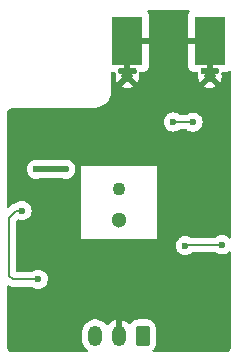
<source format=gbr>
%TF.GenerationSoftware,KiCad,Pcbnew,(6.0.7)*%
%TF.CreationDate,2023-08-04T14:01:42+02:00*%
%TF.ProjectId,SFH203_photodetector,53464832-3033-45f7-9068-6f746f646574,2.2.1*%
%TF.SameCoordinates,Original*%
%TF.FileFunction,Copper,L2,Bot*%
%TF.FilePolarity,Positive*%
%FSLAX46Y46*%
G04 Gerber Fmt 4.6, Leading zero omitted, Abs format (unit mm)*
G04 Created by KiCad (PCBNEW (6.0.7)) date 2023-08-04 14:01:42*
%MOMM*%
%LPD*%
G01*
G04 APERTURE LIST*
G04 Aperture macros list*
%AMRoundRect*
0 Rectangle with rounded corners*
0 $1 Rounding radius*
0 $2 $3 $4 $5 $6 $7 $8 $9 X,Y pos of 4 corners*
0 Add a 4 corners polygon primitive as box body*
4,1,4,$2,$3,$4,$5,$6,$7,$8,$9,$2,$3,0*
0 Add four circle primitives for the rounded corners*
1,1,$1+$1,$2,$3*
1,1,$1+$1,$4,$5*
1,1,$1+$1,$6,$7*
1,1,$1+$1,$8,$9*
0 Add four rect primitives between the rounded corners*
20,1,$1+$1,$2,$3,$4,$5,0*
20,1,$1+$1,$4,$5,$6,$7,0*
20,1,$1+$1,$6,$7,$8,$9,0*
20,1,$1+$1,$8,$9,$2,$3,0*%
G04 Aperture macros list end*
%TA.AperFunction,ComponentPad*%
%ADD10RoundRect,0.250000X0.350000X0.625000X-0.350000X0.625000X-0.350000X-0.625000X0.350000X-0.625000X0*%
%TD*%
%TA.AperFunction,ComponentPad*%
%ADD11O,1.200000X1.750000*%
%TD*%
%TA.AperFunction,ComponentPad*%
%ADD12C,0.970000*%
%TD*%
%TA.AperFunction,SMDPad,CuDef*%
%ADD13R,0.460000X0.890000*%
%TD*%
%TA.AperFunction,SMDPad,CuDef*%
%ADD14R,2.665000X4.190000*%
%TD*%
%TA.AperFunction,ComponentPad*%
%ADD15C,1.300000*%
%TD*%
%TA.AperFunction,ComponentPad*%
%ADD16C,1.100000*%
%TD*%
%TA.AperFunction,ViaPad*%
%ADD17C,0.600000*%
%TD*%
%TA.AperFunction,Conductor*%
%ADD18C,0.200000*%
%TD*%
%TA.AperFunction,Conductor*%
%ADD19C,0.500000*%
%TD*%
G04 APERTURE END LIST*
D10*
%TO.P,J1,1,Pin_1*%
%TO.N,Net-(C1-Pad1)*%
X199000000Y-118100000D03*
D11*
%TO.P,J1,2,Pin_2*%
%TO.N,GND*%
X197000000Y-118100000D03*
%TO.P,J1,3,Pin_3*%
%TO.N,Net-(C2-Pad2)*%
X195000000Y-118100000D03*
%TD*%
D12*
%TO.P,J4,2,Ext*%
%TO.N,GND*%
X197707500Y-96120000D03*
D13*
X197707500Y-95675000D03*
D14*
X197707500Y-93135000D03*
X204692500Y-93135000D03*
D13*
X204692500Y-95675000D03*
D12*
X204692500Y-96120000D03*
%TD*%
D15*
%TO.P,D1,1,K*%
%TO.N,Net-(C3-Pad2)*%
X196992500Y-108270000D03*
D16*
%TO.P,D1,2,A*%
%TO.N,V-*%
X196992500Y-105710000D03*
%TD*%
D17*
%TO.N,GND*%
X196000000Y-116000000D03*
X193100000Y-101200000D03*
X198000000Y-114000000D03*
X198000000Y-116000000D03*
X197000000Y-116000000D03*
X197900000Y-102500000D03*
X188300000Y-101200000D03*
X204000000Y-117000000D03*
X190200000Y-101200000D03*
X190900000Y-110800000D03*
X194000000Y-101200000D03*
X189000000Y-117000000D03*
X195500000Y-111000000D03*
X197000000Y-114000000D03*
X196000000Y-115000000D03*
X205000000Y-117000000D03*
X196500000Y-111000000D03*
X194500000Y-112000000D03*
X192000000Y-101200000D03*
X194500000Y-111000000D03*
X203600000Y-108000000D03*
X198000000Y-115000000D03*
X203000000Y-117000000D03*
X196500000Y-112000000D03*
X192500000Y-112000000D03*
X189300000Y-101200000D03*
X195500000Y-112000000D03*
X193500000Y-111000000D03*
X192500000Y-111000000D03*
X199937414Y-111069305D03*
X190000000Y-117000000D03*
X193500000Y-112000000D03*
X197000000Y-115000000D03*
X196000000Y-114000000D03*
X196900000Y-100600000D03*
X191000000Y-117000000D03*
%TO.N,Net-(C3-Pad1)*%
X202625000Y-110475000D03*
X205700000Y-110400000D03*
%TO.N,V-*%
X190000000Y-104000000D03*
X192500000Y-104000000D03*
%TO.N,Net-(C7-Pad1)*%
X188800000Y-107500000D03*
X190156626Y-113322639D03*
%TO.N,Net-(R2-Pad1)*%
X201600000Y-100000000D03*
X203268475Y-100009782D03*
%TD*%
D18*
%TO.N,Net-(C3-Pad1)*%
X202700000Y-110400000D02*
X205700000Y-110400000D01*
X202625000Y-110475000D02*
X202700000Y-110400000D01*
D19*
%TO.N,V-*%
X190000000Y-104000000D02*
X192500000Y-104000000D01*
D18*
%TO.N,Net-(C7-Pad1)*%
X187700000Y-113000000D02*
X188022639Y-113322639D01*
X187700000Y-108100000D02*
X187700000Y-113000000D01*
X188300000Y-107500000D02*
X187700000Y-108100000D01*
X188022639Y-113322639D02*
X190156626Y-113322639D01*
X188800000Y-107500000D02*
X188300000Y-107500000D01*
%TO.N,Net-(R2-Pad1)*%
X203258693Y-100000000D02*
X203268475Y-100009782D01*
X201600000Y-100000000D02*
X203258693Y-100000000D01*
%TD*%
%TA.AperFunction,Conductor*%
%TO.N,GND*%
G36*
X202939682Y-90528502D02*
G01*
X202986175Y-90582158D01*
X202996279Y-90652432D01*
X202972388Y-90710065D01*
X202915211Y-90786356D01*
X202906676Y-90801946D01*
X202861522Y-90922394D01*
X202857895Y-90937649D01*
X202852369Y-90988514D01*
X202852000Y-90995328D01*
X202852000Y-92862885D01*
X202856475Y-92878124D01*
X202857865Y-92879329D01*
X202865548Y-92881000D01*
X204820500Y-92881000D01*
X204888621Y-92901002D01*
X204935114Y-92954658D01*
X204946500Y-93007000D01*
X204946500Y-95426885D01*
X204950975Y-95442124D01*
X204952365Y-95443329D01*
X204960048Y-95445000D01*
X205344500Y-95445000D01*
X205412621Y-95465002D01*
X205459114Y-95518658D01*
X205470500Y-95571000D01*
X205470500Y-95779000D01*
X205450498Y-95847121D01*
X205396842Y-95893614D01*
X205344500Y-95905000D01*
X204854825Y-95905000D01*
X204843800Y-95908237D01*
X204847038Y-95915328D01*
X205538159Y-96606449D01*
X205550539Y-96613209D01*
X205557273Y-96608168D01*
X205600994Y-96531207D01*
X205605987Y-96519991D01*
X205663562Y-96346914D01*
X205666282Y-96334942D01*
X205689473Y-96151364D01*
X205689965Y-96144335D01*
X205690256Y-96123505D01*
X205689963Y-96116512D01*
X205671903Y-95932325D01*
X205669520Y-95920290D01*
X205663520Y-95900417D01*
X205662979Y-95829423D01*
X205700906Y-95769406D01*
X205765261Y-95739422D01*
X205784142Y-95737999D01*
X206069669Y-95737999D01*
X206076490Y-95737629D01*
X206127352Y-95732105D01*
X206142604Y-95728479D01*
X206263054Y-95683324D01*
X206278644Y-95674788D01*
X206289934Y-95666327D01*
X206356440Y-95641479D01*
X206425823Y-95656531D01*
X206476053Y-95706705D01*
X206491500Y-95767153D01*
X206491500Y-109743877D01*
X206471498Y-109811998D01*
X206417842Y-109858491D01*
X206347568Y-109868595D01*
X206282988Y-109839101D01*
X206276094Y-109832661D01*
X206214778Y-109770915D01*
X206214774Y-109770912D01*
X206209815Y-109765918D01*
X206198697Y-109758862D01*
X206078578Y-109682633D01*
X206056666Y-109668727D01*
X206027463Y-109658328D01*
X205892425Y-109610243D01*
X205892420Y-109610242D01*
X205885790Y-109607881D01*
X205878802Y-109607048D01*
X205878799Y-109607047D01*
X205755698Y-109592368D01*
X205705680Y-109586404D01*
X205698677Y-109587140D01*
X205698676Y-109587140D01*
X205532288Y-109604628D01*
X205532286Y-109604629D01*
X205525288Y-109605364D01*
X205353579Y-109663818D01*
X205199088Y-109758862D01*
X205194054Y-109763791D01*
X205192776Y-109764790D01*
X205126782Y-109790967D01*
X205115204Y-109791500D01*
X203093550Y-109791500D01*
X203026036Y-109771885D01*
X202999697Y-109755170D01*
X202981666Y-109743727D01*
X202952463Y-109733328D01*
X202817425Y-109685243D01*
X202817420Y-109685242D01*
X202810790Y-109682881D01*
X202803802Y-109682048D01*
X202803799Y-109682047D01*
X202680698Y-109667368D01*
X202630680Y-109661404D01*
X202623677Y-109662140D01*
X202623676Y-109662140D01*
X202457288Y-109679628D01*
X202457286Y-109679629D01*
X202450288Y-109680364D01*
X202278579Y-109738818D01*
X202234529Y-109765918D01*
X202130095Y-109830166D01*
X202130092Y-109830168D01*
X202124088Y-109833862D01*
X202119053Y-109838793D01*
X202119050Y-109838795D01*
X202056550Y-109900000D01*
X201994493Y-109960771D01*
X201896235Y-110113238D01*
X201834197Y-110283685D01*
X201811463Y-110463640D01*
X201829163Y-110644160D01*
X201886418Y-110816273D01*
X201890065Y-110822295D01*
X201890066Y-110822297D01*
X201951043Y-110922982D01*
X201980380Y-110971424D01*
X201985269Y-110976487D01*
X201985270Y-110976488D01*
X202049746Y-111043254D01*
X202106382Y-111101902D01*
X202112278Y-111105760D01*
X202248376Y-111194820D01*
X202258159Y-111201222D01*
X202264763Y-111203678D01*
X202264765Y-111203679D01*
X202421558Y-111261990D01*
X202421560Y-111261990D01*
X202428168Y-111264448D01*
X202511995Y-111275633D01*
X202600980Y-111287507D01*
X202600984Y-111287507D01*
X202607961Y-111288438D01*
X202614972Y-111287800D01*
X202614976Y-111287800D01*
X202757459Y-111274832D01*
X202788600Y-111271998D01*
X202795302Y-111269820D01*
X202795304Y-111269820D01*
X202954409Y-111218124D01*
X202954412Y-111218123D01*
X202961108Y-111215947D01*
X203057513Y-111158478D01*
X203110860Y-111126677D01*
X203110862Y-111126676D01*
X203116912Y-111123069D01*
X203200726Y-111043254D01*
X203263851Y-111010762D01*
X203287618Y-111008500D01*
X205115699Y-111008500D01*
X205184692Y-111029068D01*
X205301890Y-111105760D01*
X205333159Y-111126222D01*
X205339763Y-111128678D01*
X205339765Y-111128679D01*
X205496558Y-111186990D01*
X205496560Y-111186990D01*
X205503168Y-111189448D01*
X205586995Y-111200633D01*
X205675980Y-111212507D01*
X205675984Y-111212507D01*
X205682961Y-111213438D01*
X205689972Y-111212800D01*
X205689976Y-111212800D01*
X205832459Y-111199832D01*
X205863600Y-111196998D01*
X205870302Y-111194820D01*
X205870304Y-111194820D01*
X206029409Y-111143124D01*
X206029412Y-111143123D01*
X206036108Y-111140947D01*
X206132513Y-111083478D01*
X206185860Y-111051677D01*
X206185862Y-111051676D01*
X206191912Y-111048069D01*
X206211865Y-111029068D01*
X206278608Y-110965510D01*
X206341732Y-110933017D01*
X206412403Y-110939810D01*
X206468183Y-110983733D01*
X206491500Y-111056755D01*
X206491500Y-118950633D01*
X206490000Y-118970018D01*
X206489809Y-118971249D01*
X206486309Y-118993724D01*
X206487473Y-119002626D01*
X206487489Y-119002750D01*
X206487760Y-119033193D01*
X206480766Y-119095264D01*
X206474487Y-119122771D01*
X206447515Y-119199853D01*
X206435273Y-119225274D01*
X206391822Y-119294426D01*
X206374230Y-119316485D01*
X206316485Y-119374230D01*
X206294426Y-119391822D01*
X206225274Y-119435273D01*
X206199853Y-119447515D01*
X206122772Y-119474487D01*
X206095264Y-119480766D01*
X206039774Y-119487018D01*
X206024132Y-119486923D01*
X206024121Y-119487800D01*
X206015149Y-119487690D01*
X206006276Y-119486309D01*
X205997374Y-119487473D01*
X205997372Y-119487473D01*
X205986385Y-119488910D01*
X205974714Y-119490436D01*
X205958379Y-119491500D01*
X199960435Y-119491500D01*
X199892314Y-119471498D01*
X199845821Y-119417842D01*
X199835717Y-119347568D01*
X199865211Y-119282988D01*
X199871262Y-119276482D01*
X199944134Y-119203483D01*
X199949305Y-119198303D01*
X199986565Y-119137857D01*
X200038275Y-119053968D01*
X200038276Y-119053966D01*
X200042115Y-119047738D01*
X200097797Y-118879861D01*
X200108500Y-118775400D01*
X200108500Y-117424600D01*
X200097526Y-117318834D01*
X200093749Y-117307511D01*
X200043868Y-117158002D01*
X200041550Y-117151054D01*
X199948478Y-117000652D01*
X199823303Y-116875695D01*
X199817072Y-116871854D01*
X199678968Y-116786725D01*
X199678966Y-116786724D01*
X199672738Y-116782885D01*
X199564005Y-116746820D01*
X199511389Y-116729368D01*
X199511387Y-116729368D01*
X199504861Y-116727203D01*
X199498025Y-116726503D01*
X199498022Y-116726502D01*
X199454969Y-116722091D01*
X199400400Y-116716500D01*
X198599600Y-116716500D01*
X198596354Y-116716837D01*
X198596350Y-116716837D01*
X198500692Y-116726762D01*
X198500688Y-116726763D01*
X198493834Y-116727474D01*
X198487298Y-116729655D01*
X198487296Y-116729655D01*
X198423117Y-116751067D01*
X198326054Y-116783450D01*
X198175652Y-116876522D01*
X198050695Y-117001697D01*
X198046853Y-117007929D01*
X198046852Y-117007931D01*
X198018645Y-117053690D01*
X197965873Y-117101183D01*
X197895801Y-117112605D01*
X197830677Y-117084331D01*
X197812298Y-117065403D01*
X197809738Y-117062144D01*
X197801501Y-117053494D01*
X197650877Y-116922788D01*
X197641153Y-116915853D01*
X197468533Y-116815990D01*
X197457669Y-116811016D01*
X197269273Y-116745593D01*
X197268284Y-116745352D01*
X197257992Y-116746820D01*
X197254000Y-116760385D01*
X197254000Y-118228000D01*
X197233998Y-118296121D01*
X197180342Y-118342614D01*
X197128000Y-118354000D01*
X196872000Y-118354000D01*
X196803879Y-118333998D01*
X196757386Y-118280342D01*
X196746000Y-118228000D01*
X196746000Y-116764598D01*
X196742027Y-116751067D01*
X196732601Y-116749712D01*
X196643463Y-116771194D01*
X196632168Y-116775083D01*
X196450618Y-116857629D01*
X196440276Y-116863576D01*
X196277603Y-116978968D01*
X196268575Y-116986761D01*
X196130658Y-117130831D01*
X196123259Y-117140200D01*
X196105582Y-117167577D01*
X196051828Y-117213955D01*
X195981532Y-117223909D01*
X195917015Y-117194278D01*
X195900644Y-117177063D01*
X195864084Y-117130520D01*
X195806396Y-117057080D01*
X195801865Y-117053148D01*
X195801862Y-117053145D01*
X195651167Y-116922379D01*
X195646637Y-116918448D01*
X195641451Y-116915448D01*
X195641447Y-116915445D01*
X195468742Y-116815533D01*
X195463546Y-116812527D01*
X195263729Y-116743139D01*
X195257794Y-116742278D01*
X195257792Y-116742278D01*
X195060336Y-116713648D01*
X195060333Y-116713648D01*
X195054396Y-116712787D01*
X194843101Y-116722567D01*
X194730466Y-116749712D01*
X194643299Y-116770719D01*
X194643297Y-116770720D01*
X194637466Y-116772125D01*
X194632008Y-116774607D01*
X194632004Y-116774608D01*
X194540990Y-116815990D01*
X194444913Y-116859674D01*
X194272389Y-116982054D01*
X194126119Y-117134850D01*
X194011380Y-117312548D01*
X193932314Y-117508737D01*
X193891772Y-117716337D01*
X193891500Y-117721899D01*
X193891500Y-118427846D01*
X193906548Y-118585566D01*
X193966092Y-118788534D01*
X193968836Y-118793861D01*
X193968836Y-118793862D01*
X194058319Y-118967603D01*
X194062942Y-118976580D01*
X194193604Y-119142920D01*
X194340439Y-119270337D01*
X194378778Y-119330088D01*
X194378728Y-119401085D01*
X194340302Y-119460783D01*
X194275700Y-119490230D01*
X194257857Y-119491500D01*
X188051603Y-119491500D01*
X188031343Y-119489860D01*
X188009897Y-119486366D01*
X188000988Y-119487467D01*
X188000986Y-119487467D01*
X188000793Y-119487491D01*
X187970412Y-119487555D01*
X187969675Y-119487467D01*
X187907241Y-119480018D01*
X187879897Y-119473603D01*
X187801806Y-119445791D01*
X187776561Y-119433476D01*
X187706574Y-119389056D01*
X187684686Y-119371456D01*
X187626277Y-119312634D01*
X187608834Y-119290624D01*
X187564907Y-119220324D01*
X187552773Y-119194998D01*
X187525510Y-119116704D01*
X187519289Y-119089319D01*
X187514761Y-119048946D01*
X187512948Y-119032781D01*
X187513291Y-119017031D01*
X187512200Y-119017018D01*
X187512310Y-119008044D01*
X187513691Y-118999173D01*
X187512527Y-118990270D01*
X187512527Y-118990265D01*
X187509564Y-118967603D01*
X187508500Y-118951267D01*
X187508500Y-113950626D01*
X187528502Y-113882505D01*
X187582158Y-113836012D01*
X187652432Y-113825908D01*
X187701223Y-113846460D01*
X187702062Y-113845007D01*
X187709210Y-113849134D01*
X187715764Y-113854163D01*
X187863789Y-113915477D01*
X187982754Y-113931139D01*
X187982759Y-113931139D01*
X187982768Y-113931140D01*
X188014451Y-113935311D01*
X188022639Y-113936389D01*
X188054332Y-113932217D01*
X188070775Y-113931139D01*
X189572325Y-113931139D01*
X189641318Y-113951707D01*
X189789785Y-114048861D01*
X189796389Y-114051317D01*
X189796391Y-114051318D01*
X189953184Y-114109629D01*
X189953186Y-114109629D01*
X189959794Y-114112087D01*
X190043621Y-114123272D01*
X190132606Y-114135146D01*
X190132610Y-114135146D01*
X190139587Y-114136077D01*
X190146598Y-114135439D01*
X190146602Y-114135439D01*
X190289085Y-114122471D01*
X190320226Y-114119637D01*
X190326928Y-114117459D01*
X190326930Y-114117459D01*
X190486035Y-114065763D01*
X190486038Y-114065762D01*
X190492734Y-114063586D01*
X190648538Y-113970708D01*
X190779892Y-113845621D01*
X190880269Y-113694541D01*
X190944681Y-113524977D01*
X190969925Y-113345356D01*
X190970242Y-113322639D01*
X190950023Y-113142384D01*
X190890371Y-112971087D01*
X190794252Y-112817263D01*
X190789290Y-112812266D01*
X190671404Y-112693554D01*
X190671400Y-112693551D01*
X190666441Y-112688557D01*
X190655323Y-112681501D01*
X190590685Y-112640481D01*
X190513292Y-112591366D01*
X190484089Y-112580967D01*
X190349051Y-112532882D01*
X190349046Y-112532881D01*
X190342416Y-112530520D01*
X190335428Y-112529687D01*
X190335425Y-112529686D01*
X190212324Y-112515007D01*
X190162306Y-112509043D01*
X190155303Y-112509779D01*
X190155302Y-112509779D01*
X189988914Y-112527267D01*
X189988912Y-112527268D01*
X189981914Y-112528003D01*
X189810205Y-112586457D01*
X189655714Y-112681501D01*
X189650680Y-112686430D01*
X189649402Y-112687429D01*
X189583408Y-112713606D01*
X189571830Y-112714139D01*
X188434500Y-112714139D01*
X188366379Y-112694137D01*
X188319886Y-112640481D01*
X188308500Y-112588139D01*
X188308500Y-109900000D01*
X193800000Y-109900000D01*
X200200000Y-109900000D01*
X200200000Y-103700000D01*
X193800000Y-103700000D01*
X193800000Y-109900000D01*
X188308500Y-109900000D01*
X188308500Y-108404239D01*
X188328502Y-108336118D01*
X188345405Y-108315144D01*
X188376811Y-108283738D01*
X188439123Y-108249712D01*
X188509825Y-108254735D01*
X188596563Y-108286992D01*
X188596566Y-108286993D01*
X188603168Y-108289448D01*
X188610149Y-108290379D01*
X188610151Y-108290380D01*
X188775980Y-108312507D01*
X188775984Y-108312507D01*
X188782961Y-108313438D01*
X188789972Y-108312800D01*
X188789976Y-108312800D01*
X188932459Y-108299832D01*
X188963600Y-108296998D01*
X188970302Y-108294820D01*
X188970304Y-108294820D01*
X189129409Y-108243124D01*
X189129412Y-108243123D01*
X189136108Y-108240947D01*
X189291912Y-108148069D01*
X189423266Y-108022982D01*
X189523643Y-107871902D01*
X189588055Y-107702338D01*
X189613299Y-107522717D01*
X189613616Y-107500000D01*
X189593397Y-107319745D01*
X189569068Y-107249882D01*
X189536064Y-107155106D01*
X189536062Y-107155103D01*
X189533745Y-107148448D01*
X189530009Y-107142469D01*
X189441359Y-107000598D01*
X189437626Y-106994624D01*
X189408522Y-106965316D01*
X189314778Y-106870915D01*
X189314774Y-106870912D01*
X189309815Y-106865918D01*
X189298697Y-106858862D01*
X189250538Y-106828300D01*
X189156666Y-106768727D01*
X189127463Y-106758328D01*
X188992425Y-106710243D01*
X188992420Y-106710242D01*
X188985790Y-106707881D01*
X188978802Y-106707048D01*
X188978799Y-106707047D01*
X188855698Y-106692368D01*
X188805680Y-106686404D01*
X188798677Y-106687140D01*
X188798676Y-106687140D01*
X188632288Y-106704628D01*
X188632286Y-106704629D01*
X188625288Y-106705364D01*
X188453579Y-106763818D01*
X188447575Y-106767512D01*
X188305090Y-106855169D01*
X188305087Y-106855171D01*
X188299088Y-106858862D01*
X188294056Y-106863790D01*
X188288502Y-106868129D01*
X188287098Y-106866332D01*
X188233982Y-106894605D01*
X188224959Y-106896128D01*
X188176211Y-106902546D01*
X188160543Y-106904609D01*
X188160542Y-106904609D01*
X188149337Y-106906084D01*
X188149336Y-106906084D01*
X188141149Y-106907162D01*
X187993124Y-106968476D01*
X187986573Y-106973503D01*
X187986571Y-106973504D01*
X187951262Y-107000598D01*
X187897928Y-107041523D01*
X187897925Y-107041526D01*
X187866013Y-107066013D01*
X187860983Y-107072568D01*
X187846548Y-107091379D01*
X187835681Y-107103770D01*
X187723595Y-107215856D01*
X187661283Y-107249882D01*
X187590468Y-107244817D01*
X187533632Y-107202270D01*
X187508821Y-107135750D01*
X187508500Y-107126761D01*
X187508500Y-103988640D01*
X189186463Y-103988640D01*
X189204163Y-104169160D01*
X189261418Y-104341273D01*
X189265065Y-104347295D01*
X189265066Y-104347297D01*
X189275978Y-104365314D01*
X189355380Y-104496424D01*
X189481382Y-104626902D01*
X189633159Y-104726222D01*
X189639763Y-104728678D01*
X189639765Y-104728679D01*
X189796558Y-104786990D01*
X189796560Y-104786990D01*
X189803168Y-104789448D01*
X189886995Y-104800633D01*
X189975980Y-104812507D01*
X189975984Y-104812507D01*
X189982961Y-104813438D01*
X189989972Y-104812800D01*
X189989976Y-104812800D01*
X190132459Y-104799832D01*
X190163600Y-104796998D01*
X190170302Y-104794820D01*
X190170304Y-104794820D01*
X190263105Y-104764667D01*
X190302041Y-104758500D01*
X192197282Y-104758500D01*
X192241202Y-104766403D01*
X192296558Y-104786990D01*
X192296560Y-104786991D01*
X192303168Y-104789448D01*
X192386995Y-104800633D01*
X192475980Y-104812507D01*
X192475984Y-104812507D01*
X192482961Y-104813438D01*
X192489972Y-104812800D01*
X192489976Y-104812800D01*
X192632459Y-104799832D01*
X192663600Y-104796998D01*
X192670302Y-104794820D01*
X192670304Y-104794820D01*
X192829409Y-104743124D01*
X192829412Y-104743123D01*
X192836108Y-104740947D01*
X192991912Y-104648069D01*
X193123266Y-104522982D01*
X193223643Y-104371902D01*
X193288055Y-104202338D01*
X193289035Y-104195366D01*
X193312748Y-104026639D01*
X193312748Y-104026636D01*
X193313299Y-104022717D01*
X193313616Y-104000000D01*
X193293397Y-103819745D01*
X193291080Y-103813091D01*
X193236064Y-103655106D01*
X193236062Y-103655103D01*
X193233745Y-103648448D01*
X193137626Y-103494624D01*
X193123941Y-103480843D01*
X193014778Y-103370915D01*
X193014774Y-103370912D01*
X193009815Y-103365918D01*
X192998697Y-103358862D01*
X192950538Y-103328300D01*
X192856666Y-103268727D01*
X192827463Y-103258328D01*
X192692425Y-103210243D01*
X192692420Y-103210242D01*
X192685790Y-103207881D01*
X192678802Y-103207048D01*
X192678799Y-103207047D01*
X192555698Y-103192368D01*
X192505680Y-103186404D01*
X192498677Y-103187140D01*
X192498676Y-103187140D01*
X192332288Y-103204628D01*
X192332286Y-103204629D01*
X192325288Y-103205364D01*
X192240585Y-103234199D01*
X192238884Y-103234778D01*
X192198279Y-103241500D01*
X190301966Y-103241500D01*
X190259699Y-103234199D01*
X190192424Y-103210243D01*
X190192422Y-103210242D01*
X190185790Y-103207881D01*
X190178802Y-103207048D01*
X190178799Y-103207047D01*
X190055698Y-103192368D01*
X190005680Y-103186404D01*
X189998677Y-103187140D01*
X189998676Y-103187140D01*
X189832288Y-103204628D01*
X189832286Y-103204629D01*
X189825288Y-103205364D01*
X189653579Y-103263818D01*
X189647575Y-103267512D01*
X189505095Y-103355166D01*
X189505092Y-103355168D01*
X189499088Y-103358862D01*
X189494053Y-103363793D01*
X189494050Y-103363795D01*
X189374525Y-103480843D01*
X189369493Y-103485771D01*
X189271235Y-103638238D01*
X189268826Y-103644858D01*
X189268824Y-103644861D01*
X189243824Y-103713548D01*
X189209197Y-103808685D01*
X189186463Y-103988640D01*
X187508500Y-103988640D01*
X187508500Y-99988640D01*
X200786463Y-99988640D01*
X200804163Y-100169160D01*
X200861418Y-100341273D01*
X200865065Y-100347295D01*
X200865066Y-100347297D01*
X200885892Y-100381684D01*
X200955380Y-100496424D01*
X201081382Y-100626902D01*
X201233159Y-100726222D01*
X201239763Y-100728678D01*
X201239765Y-100728679D01*
X201396558Y-100786990D01*
X201396560Y-100786990D01*
X201403168Y-100789448D01*
X201483464Y-100800162D01*
X201575980Y-100812507D01*
X201575984Y-100812507D01*
X201582961Y-100813438D01*
X201589972Y-100812800D01*
X201589976Y-100812800D01*
X201739075Y-100799230D01*
X201763600Y-100796998D01*
X201770302Y-100794820D01*
X201770304Y-100794820D01*
X201929409Y-100743124D01*
X201929412Y-100743123D01*
X201936108Y-100740947D01*
X202091912Y-100648069D01*
X202097013Y-100643212D01*
X202102626Y-100638951D01*
X202103385Y-100639952D01*
X202160090Y-100610762D01*
X202183860Y-100608500D01*
X202671658Y-100608500D01*
X202739779Y-100628502D01*
X202747180Y-100633912D01*
X202749857Y-100636684D01*
X202755753Y-100640542D01*
X202886686Y-100726222D01*
X202901634Y-100736004D01*
X202908238Y-100738460D01*
X202908240Y-100738461D01*
X203065033Y-100796772D01*
X203065035Y-100796772D01*
X203071643Y-100799230D01*
X203155470Y-100810415D01*
X203244455Y-100822289D01*
X203244459Y-100822289D01*
X203251436Y-100823220D01*
X203258447Y-100822582D01*
X203258451Y-100822582D01*
X203400934Y-100809614D01*
X203432075Y-100806780D01*
X203438777Y-100804602D01*
X203438779Y-100804602D01*
X203597884Y-100752906D01*
X203597887Y-100752905D01*
X203604583Y-100750729D01*
X203760387Y-100657851D01*
X203891741Y-100532764D01*
X203992118Y-100381684D01*
X204056530Y-100212120D01*
X204081774Y-100032499D01*
X204082091Y-100009782D01*
X204061872Y-99829527D01*
X204002220Y-99658230D01*
X203906101Y-99504406D01*
X203901139Y-99499409D01*
X203783253Y-99380697D01*
X203783249Y-99380694D01*
X203778290Y-99375700D01*
X203767172Y-99368644D01*
X203694069Y-99322252D01*
X203625141Y-99278509D01*
X203577506Y-99261547D01*
X203460900Y-99220025D01*
X203460895Y-99220024D01*
X203454265Y-99217663D01*
X203447277Y-99216830D01*
X203447274Y-99216829D01*
X203324173Y-99202150D01*
X203274155Y-99196186D01*
X203267152Y-99196922D01*
X203267151Y-99196922D01*
X203100763Y-99214410D01*
X203100761Y-99214411D01*
X203093763Y-99215146D01*
X202922054Y-99273600D01*
X202767563Y-99368644D01*
X202766875Y-99367525D01*
X202707781Y-99390967D01*
X202696200Y-99391500D01*
X202184751Y-99391500D01*
X202116630Y-99371498D01*
X202112157Y-99368276D01*
X202109815Y-99365918D01*
X202098697Y-99358862D01*
X202041008Y-99322252D01*
X201956666Y-99268727D01*
X201927463Y-99258328D01*
X201792425Y-99210243D01*
X201792420Y-99210242D01*
X201785790Y-99207881D01*
X201778802Y-99207048D01*
X201778799Y-99207047D01*
X201655698Y-99192368D01*
X201605680Y-99186404D01*
X201598677Y-99187140D01*
X201598676Y-99187140D01*
X201432288Y-99204628D01*
X201432286Y-99204629D01*
X201425288Y-99205364D01*
X201253579Y-99263818D01*
X201191109Y-99302250D01*
X201105095Y-99355166D01*
X201105092Y-99355168D01*
X201099088Y-99358862D01*
X201094053Y-99363793D01*
X201094050Y-99363795D01*
X201065759Y-99391500D01*
X200969493Y-99485771D01*
X200871235Y-99638238D01*
X200868826Y-99644858D01*
X200868824Y-99644861D01*
X200863958Y-99658230D01*
X200809197Y-99808685D01*
X200786463Y-99988640D01*
X187508500Y-99988640D01*
X187508500Y-99356470D01*
X187510000Y-99337085D01*
X187512310Y-99322252D01*
X187512310Y-99322248D01*
X187513691Y-99313379D01*
X187512511Y-99304354D01*
X187512239Y-99273915D01*
X187512275Y-99273600D01*
X187519233Y-99211839D01*
X187525510Y-99184336D01*
X187552486Y-99107243D01*
X187564726Y-99081827D01*
X187608177Y-99012675D01*
X187625769Y-98990616D01*
X187683513Y-98932872D01*
X187705571Y-98915280D01*
X187774726Y-98871826D01*
X187800148Y-98859584D01*
X187877227Y-98832613D01*
X187904736Y-98826334D01*
X187960202Y-98820085D01*
X187975870Y-98820350D01*
X187975883Y-98819307D01*
X187984851Y-98819417D01*
X187993724Y-98820798D01*
X188002627Y-98819634D01*
X188002631Y-98819634D01*
X188025950Y-98816585D01*
X188042022Y-98815521D01*
X194797150Y-98801504D01*
X194818313Y-98803250D01*
X194837448Y-98806469D01*
X194843793Y-98806546D01*
X194845140Y-98806563D01*
X194845143Y-98806563D01*
X194850000Y-98806622D01*
X194864692Y-98804518D01*
X194873545Y-98803569D01*
X195060743Y-98790180D01*
X195065231Y-98789859D01*
X195148554Y-98771733D01*
X195271692Y-98744947D01*
X195271695Y-98744946D01*
X195276081Y-98743992D01*
X195450723Y-98678853D01*
X195474038Y-98670157D01*
X195474042Y-98670155D01*
X195478257Y-98668583D01*
X195482203Y-98666428D01*
X195482208Y-98666426D01*
X195663689Y-98567329D01*
X195663688Y-98567329D01*
X195667643Y-98565170D01*
X195840384Y-98435857D01*
X195992964Y-98283276D01*
X196122276Y-98110534D01*
X196225688Y-97921147D01*
X196301095Y-97718971D01*
X196346961Y-97508121D01*
X196359458Y-97333361D01*
X196360884Y-97321444D01*
X196362769Y-97310241D01*
X196362770Y-97310234D01*
X196363576Y-97305441D01*
X196363729Y-97292889D01*
X196359461Y-97263090D01*
X196358193Y-97246096D01*
X196356366Y-96978109D01*
X197214221Y-96978109D01*
X197219130Y-96984667D01*
X197302650Y-97031344D01*
X197313890Y-97036255D01*
X197487377Y-97092624D01*
X197499351Y-97095257D01*
X197680492Y-97116857D01*
X197692741Y-97117114D01*
X197874625Y-97103119D01*
X197886705Y-97100988D01*
X198062395Y-97051934D01*
X198073828Y-97047500D01*
X198191842Y-96987887D01*
X198202126Y-96978242D01*
X198202081Y-96978109D01*
X204199221Y-96978109D01*
X204204130Y-96984667D01*
X204287650Y-97031344D01*
X204298890Y-97036255D01*
X204472377Y-97092624D01*
X204484351Y-97095257D01*
X204665492Y-97116857D01*
X204677741Y-97117114D01*
X204859625Y-97103119D01*
X204871705Y-97100988D01*
X205047395Y-97051934D01*
X205058828Y-97047500D01*
X205176842Y-96987887D01*
X205187126Y-96978242D01*
X205184888Y-96971598D01*
X204705312Y-96492022D01*
X204691368Y-96484408D01*
X204689535Y-96484539D01*
X204682920Y-96488790D01*
X204205981Y-96965729D01*
X204199221Y-96978109D01*
X198202081Y-96978109D01*
X198199888Y-96971598D01*
X197720312Y-96492022D01*
X197706368Y-96484408D01*
X197704535Y-96484539D01*
X197697920Y-96488790D01*
X197220981Y-96965729D01*
X197214221Y-96978109D01*
X196356366Y-96978109D01*
X196348778Y-95864859D01*
X196368315Y-95796603D01*
X196421653Y-95749746D01*
X196474775Y-95738000D01*
X196614711Y-95738000D01*
X196682832Y-95758002D01*
X196729325Y-95811658D01*
X196739429Y-95881932D01*
X196734812Y-95902102D01*
X196733361Y-95906677D01*
X196730813Y-95918664D01*
X196710479Y-96099943D01*
X196710308Y-96112212D01*
X196725571Y-96293982D01*
X196727786Y-96306047D01*
X196778065Y-96481391D01*
X196782583Y-96492803D01*
X196839786Y-96604107D01*
X196849507Y-96614328D01*
X196856306Y-96611984D01*
X197550478Y-95917812D01*
X197555706Y-95908237D01*
X197858800Y-95908237D01*
X197862038Y-95915328D01*
X198553159Y-96606449D01*
X198565539Y-96613209D01*
X198572273Y-96608168D01*
X198615994Y-96531207D01*
X198620987Y-96519991D01*
X198678562Y-96346914D01*
X198681282Y-96334942D01*
X198704473Y-96151364D01*
X198704965Y-96144335D01*
X198705256Y-96123505D01*
X198704963Y-96116512D01*
X198686903Y-95932325D01*
X198684520Y-95920290D01*
X198678520Y-95900417D01*
X198677979Y-95829423D01*
X198715906Y-95769406D01*
X198780261Y-95739422D01*
X198799142Y-95737999D01*
X199084669Y-95737999D01*
X199091490Y-95737629D01*
X199142352Y-95732105D01*
X199157604Y-95728479D01*
X199278054Y-95683324D01*
X199293649Y-95674786D01*
X199395724Y-95598285D01*
X199408285Y-95585724D01*
X199484786Y-95483649D01*
X199493324Y-95468054D01*
X199538478Y-95347606D01*
X199542105Y-95332351D01*
X199547631Y-95281486D01*
X199548000Y-95274672D01*
X199548000Y-95274669D01*
X202852001Y-95274669D01*
X202852371Y-95281490D01*
X202857895Y-95332352D01*
X202861521Y-95347604D01*
X202906676Y-95468054D01*
X202915214Y-95483649D01*
X202991715Y-95585724D01*
X203004276Y-95598285D01*
X203106351Y-95674786D01*
X203121946Y-95683324D01*
X203242394Y-95728478D01*
X203257649Y-95732105D01*
X203308514Y-95737631D01*
X203315328Y-95738000D01*
X203599711Y-95738000D01*
X203667832Y-95758002D01*
X203714325Y-95811658D01*
X203724429Y-95881932D01*
X203719812Y-95902102D01*
X203718361Y-95906677D01*
X203715813Y-95918664D01*
X203695479Y-96099943D01*
X203695308Y-96112212D01*
X203710571Y-96293982D01*
X203712786Y-96306047D01*
X203763065Y-96481391D01*
X203767583Y-96492803D01*
X203824786Y-96604107D01*
X203834507Y-96614328D01*
X203841306Y-96611984D01*
X204535478Y-95917812D01*
X204540987Y-95907723D01*
X204533686Y-95905000D01*
X204040500Y-95905000D01*
X203972379Y-95884998D01*
X203925886Y-95831342D01*
X203914500Y-95779000D01*
X203914500Y-95571000D01*
X203934502Y-95502879D01*
X203988158Y-95456386D01*
X204040500Y-95445000D01*
X204420385Y-95445000D01*
X204435624Y-95440525D01*
X204436829Y-95439135D01*
X204438500Y-95431452D01*
X204438500Y-93407115D01*
X204434025Y-93391876D01*
X204432635Y-93390671D01*
X204424952Y-93389000D01*
X202870116Y-93389000D01*
X202854877Y-93393475D01*
X202853672Y-93394865D01*
X202852001Y-93402548D01*
X202852001Y-95274669D01*
X199548000Y-95274669D01*
X199548000Y-93407115D01*
X199543525Y-93391876D01*
X199542135Y-93390671D01*
X199534452Y-93389000D01*
X197979615Y-93389000D01*
X197964376Y-93393475D01*
X197963171Y-93394865D01*
X197961500Y-93402548D01*
X197961500Y-95426885D01*
X197965975Y-95442124D01*
X197967365Y-95443329D01*
X197975048Y-95445000D01*
X198359500Y-95445000D01*
X198427621Y-95465002D01*
X198474114Y-95518658D01*
X198485500Y-95571000D01*
X198485500Y-95779000D01*
X198465498Y-95847121D01*
X198411842Y-95893614D01*
X198359500Y-95905000D01*
X197869825Y-95905000D01*
X197858800Y-95908237D01*
X197555706Y-95908237D01*
X197555987Y-95907723D01*
X197548686Y-95905000D01*
X197055500Y-95905000D01*
X196987379Y-95884998D01*
X196940886Y-95831342D01*
X196929500Y-95779000D01*
X196929500Y-95571000D01*
X196949502Y-95502879D01*
X197003158Y-95456386D01*
X197055500Y-95445000D01*
X197435385Y-95445000D01*
X197450624Y-95440525D01*
X197451829Y-95439135D01*
X197453500Y-95431452D01*
X197453500Y-93007000D01*
X197473502Y-92938879D01*
X197527158Y-92892386D01*
X197579500Y-92881000D01*
X199529884Y-92881000D01*
X199545123Y-92876525D01*
X199546328Y-92875135D01*
X199547999Y-92867452D01*
X199547999Y-90995331D01*
X199547629Y-90988510D01*
X199542105Y-90937648D01*
X199538479Y-90922396D01*
X199493324Y-90801946D01*
X199484789Y-90786356D01*
X199427612Y-90710065D01*
X199402765Y-90643558D01*
X199417818Y-90574176D01*
X199467993Y-90523946D01*
X199528439Y-90508500D01*
X202871561Y-90508500D01*
X202939682Y-90528502D01*
G37*
%TD.AperFunction*%
%TD*%
M02*

</source>
